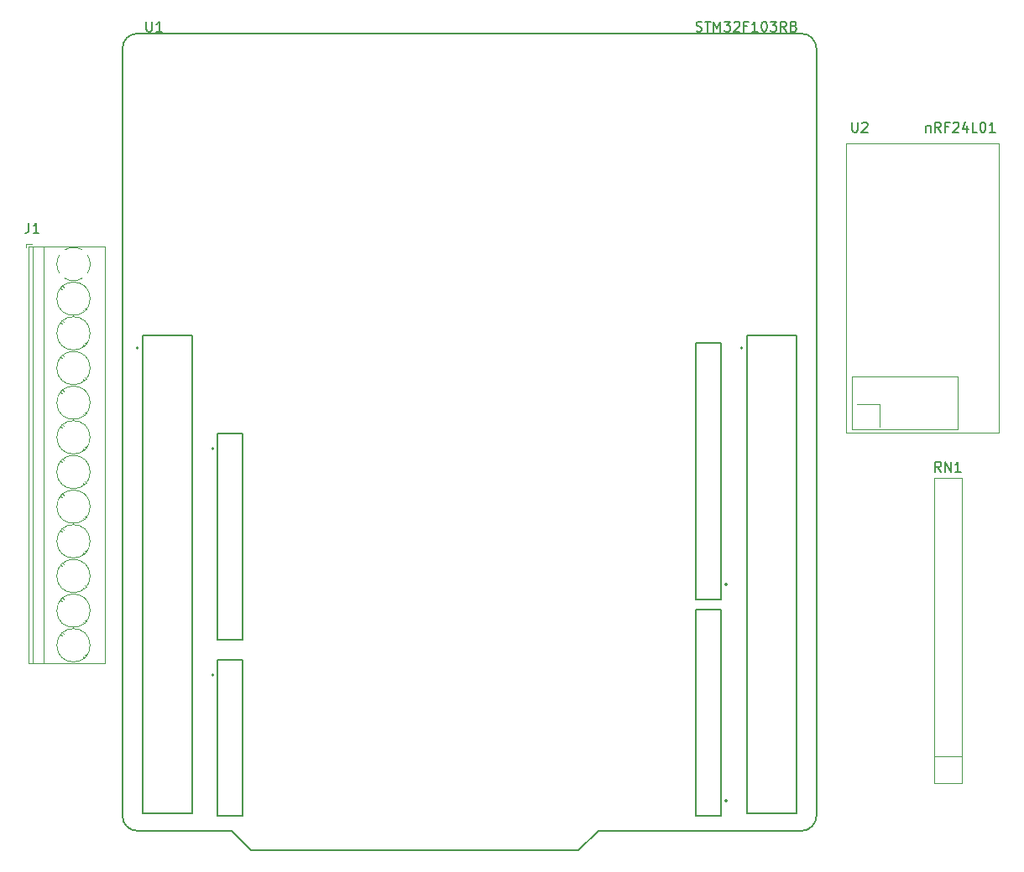
<source format=gto>
G04 #@! TF.GenerationSoftware,KiCad,Pcbnew,(6.0.11)*
G04 #@! TF.CreationDate,2023-03-02T21:38:36-06:00*
G04 #@! TF.ProjectId,STM,53544d2e-6b69-4636-9164-5f7063625858,rev?*
G04 #@! TF.SameCoordinates,Original*
G04 #@! TF.FileFunction,Legend,Top*
G04 #@! TF.FilePolarity,Positive*
%FSLAX46Y46*%
G04 Gerber Fmt 4.6, Leading zero omitted, Abs format (unit mm)*
G04 Created by KiCad (PCBNEW (6.0.11)) date 2023-03-02 21:38:36*
%MOMM*%
%LPD*%
G01*
G04 APERTURE LIST*
%ADD10C,0.150000*%
%ADD11C,0.127000*%
%ADD12C,0.200000*%
%ADD13C,0.120000*%
%ADD14R,1.530000X1.530000*%
%ADD15C,1.530000*%
%ADD16R,1.605000X1.605000*%
%ADD17C,1.605000*%
%ADD18C,3.000000*%
%ADD19C,3.200000*%
%ADD20R,1.700000X1.700000*%
%ADD21C,1.700000*%
%ADD22O,1.600000X1.600000*%
%ADD23R,1.600000X1.600000*%
%ADD24R,2.400000X2.400000*%
%ADD25C,2.400000*%
G04 APERTURE END LIST*
D10*
X121952380Y-58824761D02*
X122095238Y-58872380D01*
X122333333Y-58872380D01*
X122428571Y-58824761D01*
X122476190Y-58777142D01*
X122523809Y-58681904D01*
X122523809Y-58586666D01*
X122476190Y-58491428D01*
X122428571Y-58443809D01*
X122333333Y-58396190D01*
X122142857Y-58348571D01*
X122047619Y-58300952D01*
X122000000Y-58253333D01*
X121952380Y-58158095D01*
X121952380Y-58062857D01*
X122000000Y-57967619D01*
X122047619Y-57920000D01*
X122142857Y-57872380D01*
X122380952Y-57872380D01*
X122523809Y-57920000D01*
X122809523Y-57872380D02*
X123380952Y-57872380D01*
X123095238Y-58872380D02*
X123095238Y-57872380D01*
X123714285Y-58872380D02*
X123714285Y-57872380D01*
X124047619Y-58586666D01*
X124380952Y-57872380D01*
X124380952Y-58872380D01*
X124761904Y-57872380D02*
X125380952Y-57872380D01*
X125047619Y-58253333D01*
X125190476Y-58253333D01*
X125285714Y-58300952D01*
X125333333Y-58348571D01*
X125380952Y-58443809D01*
X125380952Y-58681904D01*
X125333333Y-58777142D01*
X125285714Y-58824761D01*
X125190476Y-58872380D01*
X124904761Y-58872380D01*
X124809523Y-58824761D01*
X124761904Y-58777142D01*
X125761904Y-57967619D02*
X125809523Y-57920000D01*
X125904761Y-57872380D01*
X126142857Y-57872380D01*
X126238095Y-57920000D01*
X126285714Y-57967619D01*
X126333333Y-58062857D01*
X126333333Y-58158095D01*
X126285714Y-58300952D01*
X125714285Y-58872380D01*
X126333333Y-58872380D01*
X127095238Y-58348571D02*
X126761904Y-58348571D01*
X126761904Y-58872380D02*
X126761904Y-57872380D01*
X127238095Y-57872380D01*
X128142857Y-58872380D02*
X127571428Y-58872380D01*
X127857142Y-58872380D02*
X127857142Y-57872380D01*
X127761904Y-58015238D01*
X127666666Y-58110476D01*
X127571428Y-58158095D01*
X128761904Y-57872380D02*
X128857142Y-57872380D01*
X128952380Y-57920000D01*
X129000000Y-57967619D01*
X129047619Y-58062857D01*
X129095238Y-58253333D01*
X129095238Y-58491428D01*
X129047619Y-58681904D01*
X129000000Y-58777142D01*
X128952380Y-58824761D01*
X128857142Y-58872380D01*
X128761904Y-58872380D01*
X128666666Y-58824761D01*
X128619047Y-58777142D01*
X128571428Y-58681904D01*
X128523809Y-58491428D01*
X128523809Y-58253333D01*
X128571428Y-58062857D01*
X128619047Y-57967619D01*
X128666666Y-57920000D01*
X128761904Y-57872380D01*
X129428571Y-57872380D02*
X130047619Y-57872380D01*
X129714285Y-58253333D01*
X129857142Y-58253333D01*
X129952380Y-58300952D01*
X130000000Y-58348571D01*
X130047619Y-58443809D01*
X130047619Y-58681904D01*
X130000000Y-58777142D01*
X129952380Y-58824761D01*
X129857142Y-58872380D01*
X129571428Y-58872380D01*
X129476190Y-58824761D01*
X129428571Y-58777142D01*
X131047619Y-58872380D02*
X130714285Y-58396190D01*
X130476190Y-58872380D02*
X130476190Y-57872380D01*
X130857142Y-57872380D01*
X130952380Y-57920000D01*
X131000000Y-57967619D01*
X131047619Y-58062857D01*
X131047619Y-58205714D01*
X131000000Y-58300952D01*
X130952380Y-58348571D01*
X130857142Y-58396190D01*
X130476190Y-58396190D01*
X131809523Y-58348571D02*
X131952380Y-58396190D01*
X132000000Y-58443809D01*
X132047619Y-58539047D01*
X132047619Y-58681904D01*
X132000000Y-58777142D01*
X131952380Y-58824761D01*
X131857142Y-58872380D01*
X131476190Y-58872380D01*
X131476190Y-57872380D01*
X131809523Y-57872380D01*
X131904761Y-57920000D01*
X131952380Y-57967619D01*
X132000000Y-58062857D01*
X132000000Y-58158095D01*
X131952380Y-58253333D01*
X131904761Y-58300952D01*
X131809523Y-58348571D01*
X131476190Y-58348571D01*
X145137619Y-68365714D02*
X145137619Y-69032380D01*
X145137619Y-68460952D02*
X145185238Y-68413333D01*
X145280476Y-68365714D01*
X145423333Y-68365714D01*
X145518571Y-68413333D01*
X145566190Y-68508571D01*
X145566190Y-69032380D01*
X146613809Y-69032380D02*
X146280476Y-68556190D01*
X146042380Y-69032380D02*
X146042380Y-68032380D01*
X146423333Y-68032380D01*
X146518571Y-68080000D01*
X146566190Y-68127619D01*
X146613809Y-68222857D01*
X146613809Y-68365714D01*
X146566190Y-68460952D01*
X146518571Y-68508571D01*
X146423333Y-68556190D01*
X146042380Y-68556190D01*
X147375714Y-68508571D02*
X147042380Y-68508571D01*
X147042380Y-69032380D02*
X147042380Y-68032380D01*
X147518571Y-68032380D01*
X147851904Y-68127619D02*
X147899523Y-68080000D01*
X147994761Y-68032380D01*
X148232857Y-68032380D01*
X148328095Y-68080000D01*
X148375714Y-68127619D01*
X148423333Y-68222857D01*
X148423333Y-68318095D01*
X148375714Y-68460952D01*
X147804285Y-69032380D01*
X148423333Y-69032380D01*
X149280476Y-68365714D02*
X149280476Y-69032380D01*
X149042380Y-67984761D02*
X148804285Y-68699047D01*
X149423333Y-68699047D01*
X150280476Y-69032380D02*
X149804285Y-69032380D01*
X149804285Y-68032380D01*
X150804285Y-68032380D02*
X150899523Y-68032380D01*
X150994761Y-68080000D01*
X151042380Y-68127619D01*
X151090000Y-68222857D01*
X151137619Y-68413333D01*
X151137619Y-68651428D01*
X151090000Y-68841904D01*
X151042380Y-68937142D01*
X150994761Y-68984761D01*
X150899523Y-69032380D01*
X150804285Y-69032380D01*
X150709047Y-68984761D01*
X150661428Y-68937142D01*
X150613809Y-68841904D01*
X150566190Y-68651428D01*
X150566190Y-68413333D01*
X150613809Y-68222857D01*
X150661428Y-68127619D01*
X150709047Y-68080000D01*
X150804285Y-68032380D01*
X152090000Y-69032380D02*
X151518571Y-69032380D01*
X151804285Y-69032380D02*
X151804285Y-68032380D01*
X151709047Y-68175238D01*
X151613809Y-68270476D01*
X151518571Y-68318095D01*
X66473095Y-57872380D02*
X66473095Y-58681904D01*
X66520714Y-58777142D01*
X66568333Y-58824761D01*
X66663571Y-58872380D01*
X66854047Y-58872380D01*
X66949285Y-58824761D01*
X66996904Y-58777142D01*
X67044523Y-58681904D01*
X67044523Y-57872380D01*
X68044523Y-58872380D02*
X67473095Y-58872380D01*
X67758809Y-58872380D02*
X67758809Y-57872380D01*
X67663571Y-58015238D01*
X67568333Y-58110476D01*
X67473095Y-58158095D01*
X137668095Y-68032380D02*
X137668095Y-68841904D01*
X137715714Y-68937142D01*
X137763333Y-68984761D01*
X137858571Y-69032380D01*
X138049047Y-69032380D01*
X138144285Y-68984761D01*
X138191904Y-68937142D01*
X138239523Y-68841904D01*
X138239523Y-68032380D01*
X138668095Y-68127619D02*
X138715714Y-68080000D01*
X138810952Y-68032380D01*
X139049047Y-68032380D01*
X139144285Y-68080000D01*
X139191904Y-68127619D01*
X139239523Y-68222857D01*
X139239523Y-68318095D01*
X139191904Y-68460952D01*
X138620476Y-69032380D01*
X139239523Y-69032380D01*
X146629523Y-103322380D02*
X146296190Y-102846190D01*
X146058095Y-103322380D02*
X146058095Y-102322380D01*
X146439047Y-102322380D01*
X146534285Y-102370000D01*
X146581904Y-102417619D01*
X146629523Y-102512857D01*
X146629523Y-102655714D01*
X146581904Y-102750952D01*
X146534285Y-102798571D01*
X146439047Y-102846190D01*
X146058095Y-102846190D01*
X147058095Y-103322380D02*
X147058095Y-102322380D01*
X147629523Y-103322380D01*
X147629523Y-102322380D01*
X148629523Y-103322380D02*
X148058095Y-103322380D01*
X148343809Y-103322380D02*
X148343809Y-102322380D01*
X148248571Y-102465238D01*
X148153333Y-102560476D01*
X148058095Y-102608095D01*
X54626666Y-78192380D02*
X54626666Y-78906666D01*
X54579047Y-79049523D01*
X54483809Y-79144761D01*
X54340952Y-79192380D01*
X54245714Y-79192380D01*
X55626666Y-79192380D02*
X55055238Y-79192380D01*
X55340952Y-79192380D02*
X55340952Y-78192380D01*
X55245714Y-78335238D01*
X55150476Y-78430476D01*
X55055238Y-78478095D01*
D11*
X64060000Y-138080000D02*
X64060000Y-60580000D01*
X65560000Y-59080000D02*
G75*
G03*
X64060000Y-60580000I0J-1500000D01*
G01*
X65560000Y-59080000D02*
X132560000Y-59080000D01*
X134060000Y-60580000D02*
G75*
G03*
X132560000Y-59080000I-1500000J0D01*
G01*
X134060000Y-60580000D02*
X134060000Y-138080000D01*
X132560000Y-139580000D02*
G75*
G03*
X134060000Y-138080000I0J1500000D01*
G01*
X132560000Y-139580000D02*
X112060000Y-139580000D01*
X112060000Y-139580000D02*
X110060000Y-141580000D01*
X110060000Y-141580000D02*
X77060000Y-141580000D01*
X77060000Y-141580000D02*
X75060000Y-139580000D01*
X75060000Y-139580000D02*
X65560000Y-139580000D01*
X64060000Y-138080000D02*
G75*
G03*
X65560000Y-139580000I1500000J0D01*
G01*
X73680000Y-99460000D02*
X73680000Y-120280000D01*
X73680000Y-120280000D02*
X76180000Y-120280000D01*
X76180000Y-120280000D02*
X76180000Y-99460000D01*
X76180000Y-99460000D02*
X73680000Y-99460000D01*
D12*
X73280000Y-100980000D02*
G75*
G03*
X73280000Y-100980000I-100000J0D01*
G01*
D11*
X124440000Y-138060000D02*
X124440000Y-117240000D01*
X124440000Y-117240000D02*
X121940000Y-117240000D01*
X121940000Y-117240000D02*
X121940000Y-138060000D01*
X121940000Y-138060000D02*
X124440000Y-138060000D01*
D12*
X125040000Y-136540000D02*
G75*
G03*
X125040000Y-136540000I-100000J0D01*
G01*
D11*
X73680000Y-122320000D02*
X73680000Y-138060000D01*
X73680000Y-138060000D02*
X76180000Y-138060000D01*
X76180000Y-138060000D02*
X76180000Y-122320000D01*
X76180000Y-122320000D02*
X73680000Y-122320000D01*
D12*
X73280000Y-123840000D02*
G75*
G03*
X73280000Y-123840000I-100000J0D01*
G01*
D11*
X124440000Y-116220000D02*
X124440000Y-90320000D01*
X124440000Y-90320000D02*
X121940000Y-90320000D01*
X121940000Y-90320000D02*
X121940000Y-116220000D01*
X121940000Y-116220000D02*
X124440000Y-116220000D01*
D12*
X125040000Y-114700000D02*
G75*
G03*
X125040000Y-114700000I-100000J0D01*
G01*
D11*
X127040000Y-89550000D02*
X127040000Y-137810000D01*
X127040000Y-137810000D02*
X132040000Y-137810000D01*
X132040000Y-137810000D02*
X132040000Y-89550000D01*
X132040000Y-89550000D02*
X127040000Y-89550000D01*
X66080000Y-89550000D02*
X66080000Y-137810000D01*
X66080000Y-137810000D02*
X71080000Y-137810000D01*
X71080000Y-137810000D02*
X71080000Y-89550000D01*
X71080000Y-89550000D02*
X66080000Y-89550000D01*
D12*
X65660000Y-90820000D02*
G75*
G03*
X65660000Y-90820000I-100000J0D01*
G01*
X126620000Y-90820000D02*
G75*
G03*
X126620000Y-90820000I-100000J0D01*
G01*
D13*
X137055000Y-70190000D02*
X152505000Y-70190000D01*
X152505000Y-70190000D02*
X152505000Y-99390000D01*
X137631000Y-99060000D02*
X137631000Y-99060000D01*
X137055000Y-99390000D02*
X137055000Y-70190000D01*
X138139000Y-96520000D02*
X140425000Y-96520000D01*
X148299000Y-93726000D02*
X148299000Y-99060000D01*
X152505000Y-99390000D02*
X137055000Y-99390000D01*
X140425000Y-96520000D02*
X140425000Y-98806000D01*
X148299000Y-99060000D02*
X137631000Y-99060000D01*
X140425000Y-98806000D02*
X140425000Y-98806000D01*
X137631000Y-93726000D02*
X148299000Y-93726000D01*
X137055000Y-99390000D02*
X137055000Y-99390000D01*
X137631000Y-99060000D02*
X137631000Y-93726000D01*
X148299000Y-99060000D02*
X148299000Y-99060000D01*
X145920000Y-103980000D02*
X145920000Y-134800000D01*
X145920000Y-134800000D02*
X148720000Y-134800000D01*
X148720000Y-103980000D02*
X145920000Y-103980000D01*
X145920000Y-132090000D02*
X148720000Y-132090000D01*
X148720000Y-134800000D02*
X148720000Y-103980000D01*
X60189000Y-111625000D02*
X60061000Y-111496000D01*
X54960000Y-80300000D02*
X54320000Y-80300000D01*
X60189000Y-94125000D02*
X60061000Y-93996000D01*
X60395000Y-114920000D02*
X60301000Y-114826000D01*
X60189000Y-122125000D02*
X60061000Y-121996000D01*
X60189000Y-101125000D02*
X60061000Y-100996000D01*
X60395000Y-93920000D02*
X60301000Y-93826000D01*
X58179000Y-95205000D02*
X58051000Y-95076000D01*
X60189000Y-108125000D02*
X60061000Y-107996000D01*
X60189000Y-118625000D02*
X60061000Y-118496000D01*
X60395000Y-100920000D02*
X60301000Y-100826000D01*
X60189000Y-90625000D02*
X60061000Y-90496000D01*
X55020000Y-80540000D02*
X55020000Y-122660000D01*
X57939000Y-119875000D02*
X57846000Y-119781000D01*
X56120000Y-80540000D02*
X56120000Y-122660000D01*
X58179000Y-102205000D02*
X58051000Y-102076000D01*
X58179000Y-119705000D02*
X58051000Y-119576000D01*
X60395000Y-111420000D02*
X60301000Y-111326000D01*
X57939000Y-102375000D02*
X57846000Y-102281000D01*
X57939000Y-116375000D02*
X57846000Y-116281000D01*
X57939000Y-109375000D02*
X57846000Y-109281000D01*
X57939000Y-84875000D02*
X57846000Y-84781000D01*
X60189000Y-115125000D02*
X60061000Y-114996000D01*
X57939000Y-112875000D02*
X57846000Y-112781000D01*
X58179000Y-84705000D02*
X58051000Y-84576000D01*
X60395000Y-118420000D02*
X60301000Y-118326000D01*
X60189000Y-97625000D02*
X60061000Y-97496000D01*
X58179000Y-88205000D02*
X58051000Y-88076000D01*
X58179000Y-116205000D02*
X58051000Y-116076000D01*
X60395000Y-97420000D02*
X60301000Y-97326000D01*
X58179000Y-98705000D02*
X58051000Y-98576000D01*
X57939000Y-95375000D02*
X57846000Y-95281000D01*
X60189000Y-104625000D02*
X60061000Y-104496000D01*
X58179000Y-105705000D02*
X58051000Y-105576000D01*
X60189000Y-87125000D02*
X60061000Y-86996000D01*
X60395000Y-107920000D02*
X60301000Y-107826000D01*
X54320000Y-80300000D02*
X54320000Y-80700000D01*
X57939000Y-88375000D02*
X57846000Y-88281000D01*
X57939000Y-98875000D02*
X57846000Y-98781000D01*
X60395000Y-104420000D02*
X60301000Y-104326000D01*
X60395000Y-90420000D02*
X60301000Y-90326000D01*
X62280000Y-80540000D02*
X54560000Y-80540000D01*
X62280000Y-122660000D02*
X54560000Y-122660000D01*
X62280000Y-80540000D02*
X62280000Y-122660000D01*
X54560000Y-80540000D02*
X54560000Y-122660000D01*
X58179000Y-91705000D02*
X58051000Y-91576000D01*
X57939000Y-105875000D02*
X57846000Y-105781000D01*
X57939000Y-91875000D02*
X57846000Y-91781000D01*
X58179000Y-112705000D02*
X58051000Y-112576000D01*
X60395000Y-86920000D02*
X60301000Y-86826000D01*
X58179000Y-109205000D02*
X58051000Y-109076000D01*
X60395000Y-121920000D02*
X60301000Y-121826000D01*
X57680000Y-81484000D02*
G75*
G03*
X57439901Y-82378674I1440014J-866003D01*
G01*
X60560001Y-83216000D02*
G75*
G03*
X60545358Y-81460106I-1439999J866000D01*
G01*
X58229000Y-83775000D02*
G75*
G03*
X60010193Y-83775504I891000J1425003D01*
G01*
X59986000Y-80909999D02*
G75*
G03*
X58230106Y-80924642I-866000J-1439999D01*
G01*
X57440000Y-82350000D02*
G75*
G03*
X57695279Y-83240264I1679990J-3D01*
G01*
X60800000Y-96350000D02*
G75*
G03*
X60800000Y-96350000I-1680000J0D01*
G01*
X60800000Y-89350000D02*
G75*
G03*
X60800000Y-89350000I-1680000J0D01*
G01*
X60800000Y-120850000D02*
G75*
G03*
X60800000Y-120850000I-1680000J0D01*
G01*
X60800000Y-113850000D02*
G75*
G03*
X60800000Y-113850000I-1680000J0D01*
G01*
X60800000Y-117350000D02*
G75*
G03*
X60800000Y-117350000I-1680000J0D01*
G01*
X60800000Y-110350000D02*
G75*
G03*
X60800000Y-110350000I-1680000J0D01*
G01*
X60800000Y-103350000D02*
G75*
G03*
X60800000Y-103350000I-1680000J0D01*
G01*
X60800000Y-92850000D02*
G75*
G03*
X60800000Y-92850000I-1680000J0D01*
G01*
X60800000Y-85850000D02*
G75*
G03*
X60800000Y-85850000I-1680000J0D01*
G01*
X60800000Y-106850000D02*
G75*
G03*
X60800000Y-106850000I-1680000J0D01*
G01*
X60800000Y-99850000D02*
G75*
G03*
X60800000Y-99850000I-1680000J0D01*
G01*
%LPC*%
D14*
X67310000Y-90820000D03*
D15*
X67310000Y-136540000D03*
X69850000Y-90820000D03*
X67310000Y-93360000D03*
X69850000Y-93360000D03*
X67310000Y-95900000D03*
X69850000Y-95900000D03*
X67310000Y-98440000D03*
X69850000Y-98440000D03*
X67310000Y-100980000D03*
X69850000Y-100980000D03*
X67310000Y-103520000D03*
X69850000Y-103520000D03*
X67310000Y-106060000D03*
X69850000Y-106060000D03*
X67310000Y-108600000D03*
X69850000Y-108600000D03*
X67310000Y-111140000D03*
X69850000Y-111140000D03*
X67310000Y-113680000D03*
X69850000Y-113680000D03*
X67310000Y-116220000D03*
X69850000Y-116220000D03*
X67310000Y-118760000D03*
X69850000Y-118760000D03*
X67310000Y-121300000D03*
X69850000Y-121300000D03*
X67310000Y-123840000D03*
X69850000Y-123840000D03*
X67310000Y-126380000D03*
X69850000Y-126380000D03*
X67310000Y-128920000D03*
X69850000Y-128920000D03*
X67310000Y-131460000D03*
X69850000Y-131460000D03*
X67310000Y-134000000D03*
X69850000Y-134000000D03*
X69850000Y-136540000D03*
D14*
X128270000Y-90820000D03*
D15*
X128270000Y-136540000D03*
X130810000Y-90820000D03*
X128270000Y-93360000D03*
X130810000Y-93360000D03*
X128270000Y-95900000D03*
X130810000Y-95900000D03*
X128270000Y-98440000D03*
X130810000Y-98440000D03*
X128270000Y-100980000D03*
X130810000Y-100980000D03*
X128270000Y-103520000D03*
X130810000Y-103520000D03*
X128270000Y-106060000D03*
X130810000Y-106060000D03*
X128270000Y-108600000D03*
X130810000Y-108600000D03*
X128270000Y-111140000D03*
X130810000Y-111140000D03*
X128270000Y-113680000D03*
X130810000Y-113680000D03*
X128270000Y-116220000D03*
X130810000Y-116220000D03*
X128270000Y-118760000D03*
X130810000Y-118760000D03*
X128270000Y-121300000D03*
X130810000Y-121300000D03*
X128270000Y-123840000D03*
X130810000Y-123840000D03*
X128270000Y-126380000D03*
X130810000Y-126380000D03*
X128270000Y-128920000D03*
X130810000Y-128920000D03*
X128270000Y-131460000D03*
X130810000Y-131460000D03*
X128270000Y-134000000D03*
X130810000Y-134000000D03*
X130810000Y-136540000D03*
D16*
X74930000Y-100980000D03*
D17*
X74930000Y-103520000D03*
X74930000Y-106060000D03*
X74930000Y-108600000D03*
X74930000Y-111140000D03*
X74930000Y-113680000D03*
X74930000Y-116220000D03*
X74930000Y-118760000D03*
D16*
X123190000Y-136540000D03*
D17*
X123190000Y-134000000D03*
X123190000Y-131460000D03*
X123190000Y-128920000D03*
X123190000Y-126380000D03*
X123190000Y-123840000D03*
X123190000Y-121300000D03*
X123190000Y-118760000D03*
D16*
X74930000Y-123840000D03*
D17*
X74930000Y-126380000D03*
X74930000Y-128920000D03*
X74930000Y-131460000D03*
X74930000Y-134000000D03*
X74930000Y-136540000D03*
D16*
X123190000Y-114700000D03*
D17*
X123190000Y-112160000D03*
X123190000Y-109620000D03*
X123190000Y-107080000D03*
X123190000Y-104540000D03*
X123190000Y-102000000D03*
X123190000Y-99460000D03*
X123190000Y-96920000D03*
X123190000Y-94380000D03*
X123190000Y-91840000D03*
D18*
X107950000Y-139080000D03*
X123190000Y-88280000D03*
X74930000Y-87010000D03*
D19*
X152400000Y-139700000D03*
X58420000Y-139700000D03*
X152400000Y-60960000D03*
X59080000Y-60960000D03*
D20*
X139155000Y-97790000D03*
D21*
X139155000Y-95250000D03*
X141695000Y-97790000D03*
X141695000Y-95250000D03*
X144235000Y-97790000D03*
X144235000Y-95250000D03*
X146775000Y-97790000D03*
X146775000Y-95250000D03*
D22*
X147320000Y-105420000D03*
X147320000Y-107960000D03*
X147320000Y-110500000D03*
X147320000Y-113040000D03*
X147320000Y-115580000D03*
X147320000Y-118120000D03*
X147320000Y-120660000D03*
X147320000Y-123200000D03*
X147320000Y-125740000D03*
X147320000Y-128280000D03*
X147320000Y-130820000D03*
D23*
X147320000Y-133360000D03*
D24*
X59120000Y-82350000D03*
D25*
X59120000Y-85850000D03*
X59120000Y-89350000D03*
X59120000Y-92850000D03*
X59120000Y-96350000D03*
X59120000Y-99850000D03*
X59120000Y-103350000D03*
X59120000Y-106850000D03*
X59120000Y-110350000D03*
X59120000Y-113850000D03*
X59120000Y-117350000D03*
X59120000Y-120850000D03*
M02*

</source>
